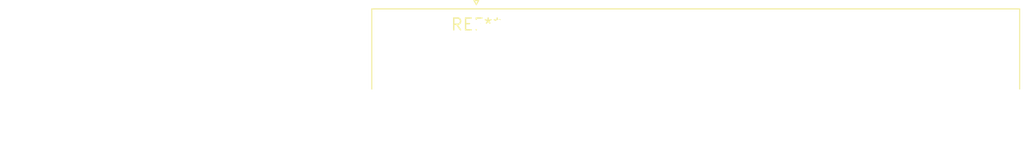
<source format=kicad_pcb>
(kicad_pcb (version 20240108) (generator pcbnew)
  (layers (0 "F.Cu" signal) (31 "B.Cu" signal) (34 "B.Paste" user) (35 "F.Paste" user) (36 "B.SilkS" user "B.Silkscreen") (37 "F.SilkS" user "F.Silkscreen") (38 "B.Mask" user) (39 "F.Mask" user) (44 "Edge.Cuts" user))
  (net 0 "")
  (footprint "DSUB-62-HD_Male_Horizontal_P2.41x1.98mm_EdgePinOffset3.03mm_Housed_MountingHolesOffset4.94mm" (layer "F.Cu") (at 0 0)
    (property "Reference" "REF**")
    (property "Value" "DSUB-62-HD_Male_Horizontal_P2.41x1.98mm_EdgePinOffset3.03mm_Housed_MountingHolesOffset4.94mm")
    (fp_line (start -11.215 -1.67) (end 58.305 -1.67) (layer "F.SilkS") (stroke (width 0.12)))
    (fp_line (start -11.215 6.93) (end -11.215 -1.67) (layer "F.SilkS") (stroke (width 0.12)))
    (fp_line (start -0.25 -2.564338) (end 0.25 -2.564338) (layer "F.SilkS") (stroke (width 0.12)))
    (fp_line (start 0 -2.131325) (end -0.25 -2.564338) (layer "F.SilkS") (stroke (width 0.12)))
    (fp_line (start 0.25 -2.564338) (end 0 -2.131325) (layer "F.SilkS") (stroke (width 0.12)))
    (fp_line (start 58.305 -1.67) (end 58.305 6.93) (layer "F.SilkS") (stroke (width 0.12)))
    (pad "0" thru_hole circle (at -8.205 2.05) (size 4 4) (drill 3.2) (layers *.Cu *.Mask) (remove_unused_layers))
    (pad "0" thru_hole circle (at 55.295 2.05) (size 4 4) (drill 3.2) (layers *.Cu *.Mask) (remove_unused_layers))
    (pad "1" thru_hole rect (at 0 0) (size 1.6 1.6) (drill 1) (layers *.Cu *.Mask) (remove_unused_layers))
    (pad "2" thru_hole circle (at 2.41 0) (size 1.6 1.6) (drill 1) (layers *.Cu *.Mask) (remove_unused_layers))
    (pad "3" thru_hole circle (at 4.82 0) (size 1.6 1.6) (drill 1) (layers *.Cu *.Mask) (remove_unused_layers))
    (pad "4" thru_hole circle (at 7.23 0) (size 1.6 1.6) (drill 1) (layers *.Cu *.Mask) (remove_unused_layers))
    (pad "5" thru_hole circle (at 9.64 0) (size 1.6 1.6) (drill 1) (layers *.Cu *.Mask) (remove_unused_layers))
    (pad "6" thru_hole circle (at 12.05 0) (size 1.6 1.6) (drill 1) (layers *.Cu *.Mask) (remove_unused_layers))
    (pad "7" thru_hole circle (at 14.46 0) (size 1.6 1.6) (drill 1) (layers *.Cu *.Mask) (remove_unused_layers))
    (pad "8" thru_hole circle (at 16.87 0) (size 1.6 1.6) (drill 1) (layers *.Cu *.Mask) (remove_unused_layers))
    (pad "9" thru_hole circle (at 19.28 0) (size 1.6 1.6) (drill 1) (layers *.Cu *.Mask) (remove_unused_layers))
    (pad "10" thru_hole circle (at 21.69 0) (size 1.6 1.6) (drill 1) (layers *.Cu *.Mask) (remove_unused_layers))
    (pad "11" thru_hole circle (at 24.1 0) (size 1.6 1.6) (drill 1) (layers *.Cu *.Mask) (remove_unused_layers))
    (pad "12" thru_hole circle (at 26.51 0) (size 1.6 1.6) (drill 1) (layers *.Cu *.Mask) (remove_unused_layers))
    (pad "13" thru_hole circle (at 28.92 0) (size 1.6 1.6) (drill 1) (layers *.Cu *.Mask) (remove_unused_layers))
    (pad "14" thru_hole circle (at 31.33 0) (size 1.6 1.6) (drill 1) (layers *.Cu *.Mask) (remove_unused_layers))
    (pad "15" thru_hole circle (at 33.74 0) (size 1.6 1.6) (drill 1) (layers *.Cu *.Mask) (remove_unused_layers))
    (pad "16" thru_hole circle (at 36.15 0) (size 1.6 1.6) (drill 1) (layers *.Cu *.Mask) (remove_unused_layers))
    (pad "17" thru_hole circle (at 38.56 0) (size 1.6 1.6) (drill 1) (layers *.Cu *.Mask) (remove_unused_layers))
    (pad "18" thru_hole circle (at 40.97 0) (size 1.6 1.6) (drill 1) (layers *.Cu *.Mask) (remove_unused_layers))
    (pad "19" thru_hole circle (at 43.38 0) (size 1.6 1.6) (drill 1) (layers *.Cu *.Mask) (remove_unused_layers))
    (pad "20" thru_hole circle (at 45.79 0) (size 1.6 1.6) (drill 1) (layers *.Cu *.Mask) (remove_unused_layers))
    (pad "21" thru_hole circle (at 48.2 0) (size 1.6 1.6) (drill 1) (layers *.Cu *.Mask) (remove_unused_layers))
    (pad "22" thru_hole circle (at -1.205 1.98) (size 1.6 1.6) (drill 1) (layers *.Cu *.Mask) (remove_unused_layers))
    (pad "23" thru_hole circle (at 1.205 1.98) (size 1.6 1.6) (drill 1) (layers *.Cu *.Mask) (remove_unused_layers))
    (pad "24" thru_hole circle (at 3.615 1.98) (size 1.6 1.6) (drill 1) (layers *.Cu *.Mask) (remove_unused_layers))
    (pad "25" thru_hole circle (at 6.025 1.98) (size 1.6 1.6) (drill 1) (layers *.Cu *.Mask) (remove_unused_layers))
    (pad "26" thru_hole circle (at 8.435 1.98) (size 1.6 1.6) (drill 1) (layers *.Cu *.Mask) (remove_unused_layers))
    (pad "27" thru_hole circle (at 10.845 1.98) (size 1.6 1.6) (drill 1) (layers *.Cu *.Mask) (remove_unused_layers))
    (pad "28" thru_hole circle (at 13.255 1.98) (size 1.6 1.6) (drill 1) (layers *.Cu *.Mask) (remove_unused_layers))
    (pad "29" thru_hole circle (at 15.665 1.98) (size 1.6 1.6) (drill 1) (layers *.Cu *.Mask) (remove_unused_layers))
    (pad "30" thru_hole circle (at 18.075 1.98) (size 1.6 1.6) (drill 1) (layers *.Cu *.Mask) (remove_unused_layers))
    (pad "31" thru_hole circle (at 20.485 1.98) (size 1.6 1.6) (drill 1) (layers *.Cu *.Mask) (remove_unused_layers))
    (pad "32" thru_hole circle (at 22.895 1.98) (size 1.6 1.6) (drill 1) (layers *.Cu *.Mask) (remove_unused_layers))
    (pad "33" thru_hole circle (at 25.305 1.98) (size 1.6 1.6) (drill 1) (layers *.Cu *.Mask) (remove_unused_layers))
    (pad "34" thru_hole circle (at 27.715 1.98) (size 1.6 1.6) (drill 1) (layers *.Cu *.Mask) (remove_unused_layers))
    (pad "35" thru_hole circle (at 30.125 1.98) (size 1.6 1.6) (drill 1) (layers *.Cu *.Mask) (remove_unused_layers))
    (pad "36" thru_hole circle (at 32.535 1.98) (size 1.6 1.6) (drill 1) (layers *.Cu *.Mask) (remove_unused_layers))
    (pad "37" thru_hole circle (at 34.945 1.98) (size 1.6 1.6) (drill 1) (layers *.Cu *.Mask) (remove_unused_layers))
    (pad "38" thru_hole circle (at 37.355 1.98) (size 1.6 1.6) (drill 1) (layers *.Cu *.Mask) (remove_unused_layers))
    (pad "39" thru_hole circle (at 39.765 1.98) (size 1.6 1.6) (drill 1) (layers *.Cu *.Mask) (remove_unused_layers))
    (pad "40" thru_hole circle (at 42.175 1.98) (size 1.6 1.6) (drill 1) (layers *.Cu *.Mask) (remove_unused_layers))
    (pad "41" thru_hole circle (at 44.585 1.98) (size 1.6 1.6) (drill 1) (layers *.Cu *.Mask) (remove_unused_layers))
    (pad "42" thru_hole circle (at 46.995 1.98) (size 1.6 1.6) (drill 1) (layers *.Cu *.Mask) (remove_unused_layers))
    (pad "43" thru_hole circle (at 0 3.96) (size 1.6 1.6) (drill 1) (layers *.Cu *.Mask) (remove_unused_layers))
    (pad "44" thru_hole circle (at 2.41 3.96) (size 1.6 1.6) (drill 1) (layers *.Cu *.Mask) (remove_unused_layers))
    (pad "45" thru_hole circle (at 4.82 3.96) (size 1.6 1.6) (drill 1) (layers *.Cu *.Mask) (remove_unused_layers))
    (pad "46" thru_hole circle (at 7.23 3.96) (size 1.6 1.6) (drill 1) (layers *.Cu *.Mask) (remove_unused_layers))
    (pad "47" thru_hole circle (at 9.64 3.96) (size 1.6 1.6) (drill 1) (layers *.Cu *.Mask) (remove_unused_layers))
    (pad "48" thru_hole circle (at 12.05 3.96) (size 1.6 1.6) (drill 1) (layers *.Cu *.Mask) (remove_unused_layers))
    (pad "49" thru_hole circle (at 14.46 3.96) (size 1.6 1.6) (drill 1) (layers *.Cu *.Mask) (remove_unused_layers))
    (pad "50" thru_hole circle (at 16.87 3.96) (size 1.6 1.6) (drill 1) (layers *.Cu *.Mask) (remove_unused_layers))
    (pad "51" thru_hole circle (at 19.28 3.96) (size 1.6 1.6) (drill 1) (layers *.Cu *.Mask) (remove_unused_layers))
    (pad "52" thru_hole circle (at 21.69 3.96) (size 1.6 1.6) (drill 1) (layers *.Cu *.Mask) (remove_unused_layers))
    (pad "53" thru_hole circle (at 24.1 3.96) (size 1.6 1.6) (drill 1) (layers *.Cu *.Mask) (remove_unused_layers))
    (pad "54" thru_hole circle (at 26.51 3.96) (size 1.6 1.6) (drill 1) (layers *.Cu *.Mask) (remove_unused_layers))
    (pad "55" thru_hole circle (at 28.92 3.96) (size 1.6 1.6) (drill 1) (layers *.Cu *.Mask) (remove_unused_layers))
    (pad "56" thru_hole circle (at 31.33 3.96) (size 1.6 1.6) (drill 1) (layers *.Cu *.Mask) (remove_unused_layers))
    (pad "57" thru_hole circle (at 33.74 3.96) (size 1.6 1.6) (drill 1) (layers *.Cu *.Mask) (remove_unused_layers))
    (pad "58" thru_hole circle (at 36.15 3.96) (size 1.6 1.6) (drill 1) (layers *.Cu *.Mask) (remove_unused_layers))
    (pad "59" thru_hole circle (at 38.56 3.96) (size 1.6 1.6) (drill 1) (layers *.Cu *.Mask) (remove_unused_layers))
    (pad "60" thru_hole circle (at 40.97 3.96) (size 1.6 1.6) (drill 1) (layers *.Cu *.Mask) (remove_unused_layers))
    (pad "61" thru_hole circle (at 43.38 3.96) (size 1.6 1.6) (drill 1) (layers *.Cu *.Mask) (remove_unused_layers))
    (pad "62" thru_hole circle (at 45.79 3.96) (size 1.6 1.6) (drill 1) (layers *.Cu *.Mask) (remove_unused_layers))
  )
)
</source>
